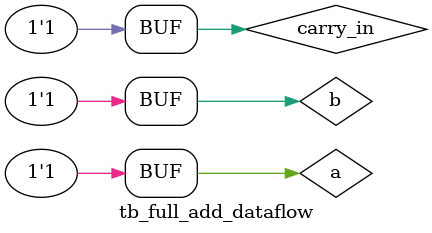
<source format=v>
module tb_full_add_dataflow();
           reg  a;
	   reg b;
	   reg carry_in;
	   wire sum;
	   wire carry;
	   
	   full_add_dataflow FULL_ADD2 (
	           .a(a),
		   .b(b),
		   .carry_in(carry_in),
		   .sum(sum),
		   .carry(carry)
		   );
		   
       initial begin
         $monitor("a=%b, b=%b, carry_in=%0b, sum=%b, carry =%b", a, b, carry_in, sum, carry);
       end  
  
    initial begin
        #1; a = 0; b = 0; carry_in = 0;
        #1; a = 0; b = 0; carry_in = 1;
        #1; a = 0; b = 1; carry_in = 0;
        #1; a = 0; b = 1; carry_in = 1;
        #1; a = 1; b = 0; carry_in = 0;
        #1; a = 1; b = 0; carry_in = 1;
        #1; a = 1; b = 1; carry_in = 0;
        #1; a = 1; b = 1; carry_in = 1;
    end
  
endmodule

</source>
